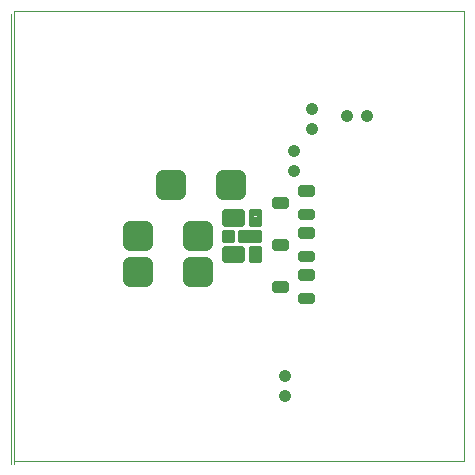
<source format=gbp>
G75*
G70*
%OFA0B0*%
%FSLAX24Y24*%
%IPPOS*%
%LPD*%
%AMOC8*
5,1,8,0,0,1.08239X$1,22.5*
%
%ADD10C,0.0000*%
%ADD11C,0.0360*%
%ADD12C,0.0236*%
%ADD13C,0.0173*%
%ADD14C,0.0500*%
%ADD15C,0.0197*%
D10*
X000100Y000100D02*
X000100Y015100D01*
X000200Y015200D02*
X000200Y000200D01*
X000200Y000100D01*
X000200Y000200D02*
X015200Y000200D01*
X015200Y015200D01*
X000200Y015200D01*
D11*
X009480Y010510D02*
X009520Y010510D01*
X009480Y010510D02*
X009480Y010550D01*
X009520Y010550D01*
X009520Y010510D01*
X009520Y009850D02*
X009480Y009850D01*
X009480Y009890D01*
X009520Y009890D01*
X009520Y009850D01*
X010080Y011290D02*
X010120Y011290D01*
X010120Y011250D01*
X010080Y011250D01*
X010080Y011290D01*
X010080Y011950D02*
X010120Y011950D01*
X010120Y011910D01*
X010080Y011910D01*
X010080Y011950D01*
X011290Y011720D02*
X011290Y011680D01*
X011250Y011680D01*
X011250Y011720D01*
X011290Y011720D01*
X011950Y011720D02*
X011950Y011680D01*
X011910Y011680D01*
X011910Y011720D01*
X011950Y011720D01*
X009220Y003010D02*
X009180Y003010D01*
X009180Y003050D01*
X009220Y003050D01*
X009220Y003010D01*
X009220Y002350D02*
X009180Y002350D01*
X009180Y002390D01*
X009220Y002390D01*
X009220Y002350D01*
D12*
X007769Y006907D02*
X007219Y006907D01*
X007219Y007261D01*
X007769Y007261D01*
X007769Y006907D01*
X007769Y007142D02*
X007219Y007142D01*
X007219Y008128D02*
X007769Y008128D01*
X007219Y008128D02*
X007219Y008482D01*
X007769Y008482D01*
X007769Y008128D01*
X007769Y008363D02*
X007219Y008363D01*
D13*
X007187Y007564D02*
X007447Y007564D01*
X007187Y007564D02*
X007187Y007824D01*
X007447Y007824D01*
X007447Y007564D01*
X007447Y007736D02*
X007187Y007736D01*
X007738Y007564D02*
X008352Y007564D01*
X007738Y007564D02*
X007738Y007824D01*
X008352Y007824D01*
X008352Y007564D01*
X008352Y007736D02*
X007738Y007736D01*
X008092Y008096D02*
X008352Y008096D01*
X008092Y008096D02*
X008092Y008514D01*
X008352Y008514D01*
X008352Y008096D01*
X008352Y008268D02*
X008092Y008268D01*
X008092Y008440D02*
X008352Y008440D01*
X008352Y006875D02*
X008092Y006875D01*
X008092Y007293D01*
X008352Y007293D01*
X008352Y006875D01*
X008352Y007047D02*
X008092Y007047D01*
X008092Y007219D02*
X008352Y007219D01*
D14*
X006550Y007950D02*
X006050Y007950D01*
X006550Y007950D02*
X006550Y007450D01*
X006050Y007450D01*
X006050Y007950D01*
X006050Y007949D02*
X006550Y007949D01*
X006550Y006750D02*
X006050Y006750D01*
X006550Y006750D02*
X006550Y006250D01*
X006050Y006250D01*
X006050Y006750D01*
X006050Y006749D02*
X006550Y006749D01*
X004550Y006750D02*
X004050Y006750D01*
X004550Y006750D02*
X004550Y006250D01*
X004050Y006250D01*
X004050Y006750D01*
X004050Y006749D02*
X004550Y006749D01*
X004550Y007950D02*
X004050Y007950D01*
X004550Y007950D02*
X004550Y007450D01*
X004050Y007450D01*
X004050Y007950D01*
X004050Y007949D02*
X004550Y007949D01*
X005150Y009650D02*
X005650Y009650D01*
X005650Y009150D01*
X005150Y009150D01*
X005150Y009650D01*
X005150Y009649D02*
X005650Y009649D01*
X007150Y009650D02*
X007650Y009650D01*
X007650Y009150D01*
X007150Y009150D01*
X007150Y009650D01*
X007150Y009649D02*
X007650Y009649D01*
D15*
X008890Y008899D02*
X008890Y008701D01*
X008890Y008899D02*
X009244Y008899D01*
X009244Y008701D01*
X008890Y008701D01*
X008890Y008897D02*
X009244Y008897D01*
X009756Y009075D02*
X009756Y009273D01*
X010110Y009273D01*
X010110Y009075D01*
X009756Y009075D01*
X009756Y009271D02*
X010110Y009271D01*
X009756Y008505D02*
X009756Y008307D01*
X009756Y008505D02*
X010110Y008505D01*
X010110Y008307D01*
X009756Y008307D01*
X009756Y008503D02*
X010110Y008503D01*
X009756Y007873D02*
X009756Y007675D01*
X009756Y007873D02*
X010110Y007873D01*
X010110Y007675D01*
X009756Y007675D01*
X009756Y007871D02*
X010110Y007871D01*
X009756Y007105D02*
X009756Y006907D01*
X009756Y007105D02*
X010110Y007105D01*
X010110Y006907D01*
X009756Y006907D01*
X009756Y007103D02*
X010110Y007103D01*
X009756Y006473D02*
X009756Y006275D01*
X009756Y006473D02*
X010110Y006473D01*
X010110Y006275D01*
X009756Y006275D01*
X009756Y006471D02*
X010110Y006471D01*
X009756Y005705D02*
X009756Y005507D01*
X009756Y005705D02*
X010110Y005705D01*
X010110Y005507D01*
X009756Y005507D01*
X009756Y005703D02*
X010110Y005703D01*
X008890Y005901D02*
X008890Y006099D01*
X009244Y006099D01*
X009244Y005901D01*
X008890Y005901D01*
X008890Y006097D02*
X009244Y006097D01*
X008890Y007301D02*
X008890Y007499D01*
X009244Y007499D01*
X009244Y007301D01*
X008890Y007301D01*
X008890Y007497D02*
X009244Y007497D01*
M02*

</source>
